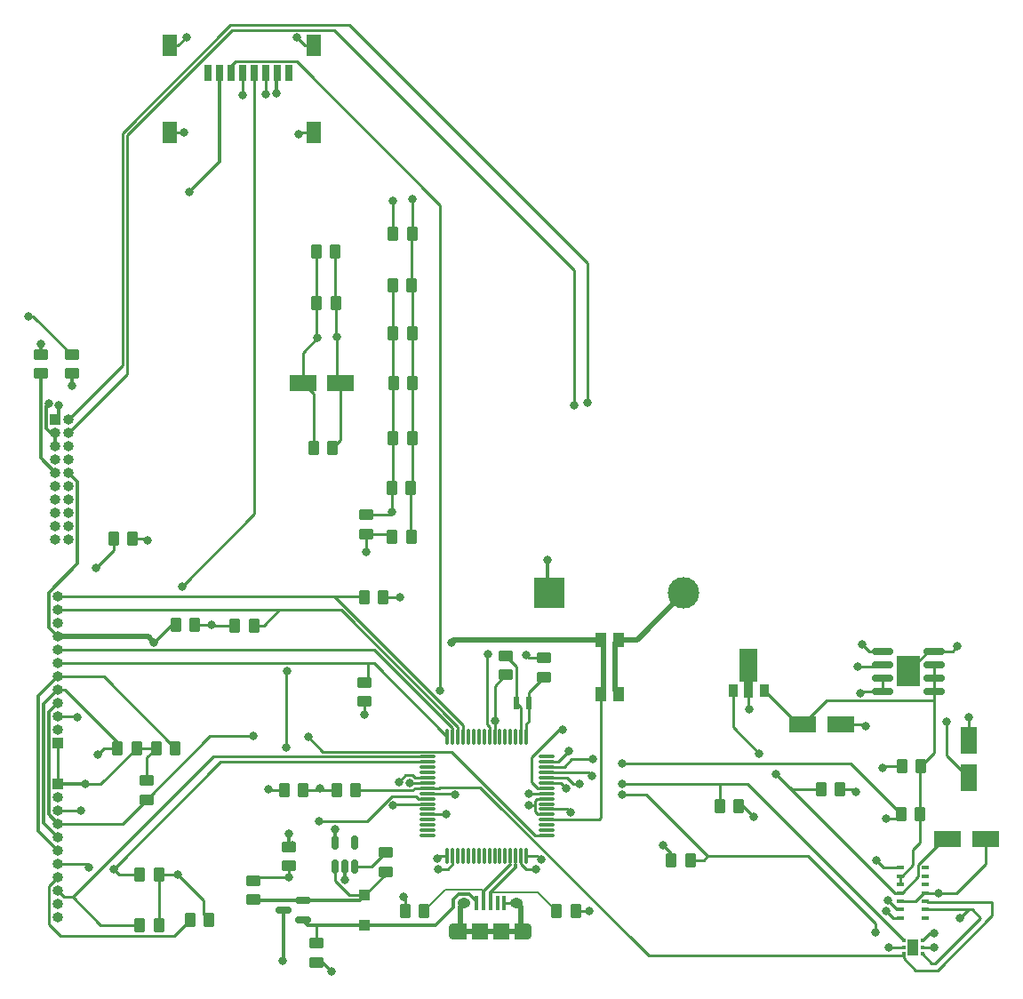
<source format=gbr>
%TF.GenerationSoftware,KiCad,Pcbnew,7.0.7*%
%TF.CreationDate,2023-11-17T10:09:11-08:00*%
%TF.ProjectId,Final_Project_Sutton_Yazzolino,46696e61-6c5f-4507-926f-6a6563745f53,rev?*%
%TF.SameCoordinates,Original*%
%TF.FileFunction,Copper,L1,Top*%
%TF.FilePolarity,Positive*%
%FSLAX46Y46*%
G04 Gerber Fmt 4.6, Leading zero omitted, Abs format (unit mm)*
G04 Created by KiCad (PCBNEW 7.0.7) date 2023-11-17 10:09:11*
%MOMM*%
%LPD*%
G01*
G04 APERTURE LIST*
G04 Aperture macros list*
%AMRoundRect*
0 Rectangle with rounded corners*
0 $1 Rounding radius*
0 $2 $3 $4 $5 $6 $7 $8 $9 X,Y pos of 4 corners*
0 Add a 4 corners polygon primitive as box body*
4,1,4,$2,$3,$4,$5,$6,$7,$8,$9,$2,$3,0*
0 Add four circle primitives for the rounded corners*
1,1,$1+$1,$2,$3*
1,1,$1+$1,$4,$5*
1,1,$1+$1,$6,$7*
1,1,$1+$1,$8,$9*
0 Add four rect primitives between the rounded corners*
20,1,$1+$1,$2,$3,$4,$5,0*
20,1,$1+$1,$4,$5,$6,$7,0*
20,1,$1+$1,$6,$7,$8,$9,0*
20,1,$1+$1,$8,$9,$2,$3,0*%
%AMFreePoly0*
4,1,9,3.862500,-0.866500,0.737500,-0.866500,0.737500,-0.450000,-0.737500,-0.450000,-0.737500,0.450000,0.737500,0.450000,0.737500,0.866500,3.862500,0.866500,3.862500,-0.866500,3.862500,-0.866500,$1*%
G04 Aperture macros list end*
%TA.AperFunction,SMDPad,CuDef*%
%ADD10RoundRect,0.250000X-0.262500X-0.450000X0.262500X-0.450000X0.262500X0.450000X-0.262500X0.450000X0*%
%TD*%
%TA.AperFunction,SMDPad,CuDef*%
%ADD11RoundRect,0.250000X0.262500X0.450000X-0.262500X0.450000X-0.262500X-0.450000X0.262500X-0.450000X0*%
%TD*%
%TA.AperFunction,ComponentPad*%
%ADD12R,1.000000X1.000000*%
%TD*%
%TA.AperFunction,ComponentPad*%
%ADD13O,1.000000X1.000000*%
%TD*%
%TA.AperFunction,SMDPad,CuDef*%
%ADD14RoundRect,0.250000X0.450000X-0.262500X0.450000X0.262500X-0.450000X0.262500X-0.450000X-0.262500X0*%
%TD*%
%TA.AperFunction,SMDPad,CuDef*%
%ADD15RoundRect,0.250000X-1.050000X-0.550000X1.050000X-0.550000X1.050000X0.550000X-1.050000X0.550000X0*%
%TD*%
%TA.AperFunction,SMDPad,CuDef*%
%ADD16RoundRect,0.250000X0.550000X-1.050000X0.550000X1.050000X-0.550000X1.050000X-0.550000X-1.050000X0*%
%TD*%
%TA.AperFunction,SMDPad,CuDef*%
%ADD17R,0.600000X1.200000*%
%TD*%
%TA.AperFunction,SMDPad,CuDef*%
%ADD18RoundRect,0.150000X0.150000X-0.512500X0.150000X0.512500X-0.150000X0.512500X-0.150000X-0.512500X0*%
%TD*%
%TA.AperFunction,SMDPad,CuDef*%
%ADD19R,1.000000X1.450000*%
%TD*%
%TA.AperFunction,SMDPad,CuDef*%
%ADD20RoundRect,0.250000X-0.450000X0.262500X-0.450000X-0.262500X0.450000X-0.262500X0.450000X0.262500X0*%
%TD*%
%TA.AperFunction,SMDPad,CuDef*%
%ADD21RoundRect,0.150000X0.587500X0.150000X-0.587500X0.150000X-0.587500X-0.150000X0.587500X-0.150000X0*%
%TD*%
%TA.AperFunction,SMDPad,CuDef*%
%ADD22R,0.400000X1.350000*%
%TD*%
%TA.AperFunction,SMDPad,CuDef*%
%ADD23R,1.200000X1.550000*%
%TD*%
%TA.AperFunction,ComponentPad*%
%ADD24O,1.250000X0.950000*%
%TD*%
%TA.AperFunction,SMDPad,CuDef*%
%ADD25R,1.500000X1.550000*%
%TD*%
%TA.AperFunction,ComponentPad*%
%ADD26O,0.890000X1.550000*%
%TD*%
%TA.AperFunction,SMDPad,CuDef*%
%ADD27R,0.800000X1.500000*%
%TD*%
%TA.AperFunction,SMDPad,CuDef*%
%ADD28R,1.450000X2.000000*%
%TD*%
%TA.AperFunction,SMDPad,CuDef*%
%ADD29RoundRect,0.250000X-0.300000X0.300000X-0.300000X-0.300000X0.300000X-0.300000X0.300000X0.300000X0*%
%TD*%
%TA.AperFunction,ComponentPad*%
%ADD30R,3.000000X3.000000*%
%TD*%
%TA.AperFunction,ComponentPad*%
%ADD31C,3.000000*%
%TD*%
%TA.AperFunction,SMDPad,CuDef*%
%ADD32RoundRect,0.087500X0.287500X0.087500X-0.287500X0.087500X-0.287500X-0.087500X0.287500X-0.087500X0*%
%TD*%
%TA.AperFunction,SMDPad,CuDef*%
%ADD33RoundRect,0.150000X0.825000X0.150000X-0.825000X0.150000X-0.825000X-0.150000X0.825000X-0.150000X0*%
%TD*%
%TA.AperFunction,SMDPad,CuDef*%
%ADD34R,2.290000X3.000000*%
%TD*%
%TA.AperFunction,SMDPad,CuDef*%
%ADD35R,0.900000X1.300000*%
%TD*%
%TA.AperFunction,SMDPad,CuDef*%
%ADD36FreePoly0,90.000000*%
%TD*%
%TA.AperFunction,SMDPad,CuDef*%
%ADD37RoundRect,0.075000X-0.075000X0.662500X-0.075000X-0.662500X0.075000X-0.662500X0.075000X0.662500X0*%
%TD*%
%TA.AperFunction,SMDPad,CuDef*%
%ADD38RoundRect,0.075000X-0.662500X0.075000X-0.662500X-0.075000X0.662500X-0.075000X0.662500X0.075000X0*%
%TD*%
%TA.AperFunction,SMDPad,CuDef*%
%ADD39RoundRect,0.093750X0.093750X0.106250X-0.093750X0.106250X-0.093750X-0.106250X0.093750X-0.106250X0*%
%TD*%
%TA.AperFunction,SMDPad,CuDef*%
%ADD40R,1.000000X1.600000*%
%TD*%
%TA.AperFunction,ViaPad*%
%ADD41C,0.800000*%
%TD*%
%TA.AperFunction,Conductor*%
%ADD42C,0.250000*%
%TD*%
%TA.AperFunction,Conductor*%
%ADD43C,0.304800*%
%TD*%
%TA.AperFunction,Conductor*%
%ADD44C,0.200000*%
%TD*%
%TA.AperFunction,Conductor*%
%ADD45C,0.508000*%
%TD*%
G04 APERTURE END LIST*
D10*
%TO.P,R10,1*%
%TO.N,+3.3V*%
X131525000Y-126750000D03*
%TO.P,R10,2*%
%TO.N,/I2C-DIO*%
X133350000Y-126750000D03*
%TD*%
D11*
%TO.P,R22,1*%
%TO.N,/USB_D-*%
X139875000Y-138275000D03*
%TO.P,R22,2*%
%TO.N,+3.3V*%
X138050000Y-138275000D03*
%TD*%
D10*
%TO.P,R21,1*%
%TO.N,/USB_D+*%
X152500000Y-138325000D03*
%TO.P,R21,2*%
%TO.N,+3.3V*%
X154325000Y-138325000D03*
%TD*%
D12*
%TO.P,WifiModule1,1,Vin*%
%TO.N,+3.3V*%
X104950000Y-122295000D03*
D13*
%TO.P,WifiModule1,2,3V*%
%TO.N,unconnected-(WifiModule1-3V-Pad2)*%
X104950000Y-121025000D03*
%TO.P,WifiModule1,3,GND*%
%TO.N,GND*%
X104950000Y-119755000D03*
%TO.P,WifiModule1,4,SCK*%
%TO.N,/SPI-CLK*%
X104950000Y-118485000D03*
%TO.P,WifiModule1,5,MISO*%
%TO.N,/SPI_MISO*%
X104950000Y-117215000D03*
%TO.P,WifiModule1,6,MOSI*%
%TO.N,/SPI_MOSI*%
X104950000Y-115945000D03*
%TO.P,WifiModule1,7,CS*%
%TO.N,/Wifi_CS*%
X104950000Y-114675000D03*
%TO.P,WifiModule1,8,BUSY*%
%TO.N,/Wifi_BUSY*%
X104950000Y-113405000D03*
%TO.P,WifiModule1,9,RST*%
%TO.N,/reset*%
X104950000Y-112135000D03*
%TO.P,WifiModule1,10,GP0*%
%TO.N,unconnected-(WifiModule1-GP0-Pad10)*%
X104950000Y-110865000D03*
%TO.P,WifiModule1,11,RXI*%
%TO.N,/Wifi_RXI*%
X104950000Y-109595000D03*
%TO.P,WifiModule1,12,TXO*%
%TO.N,/Wifi_TXO*%
X104950000Y-108325000D03*
%TD*%
D11*
%TO.P,R13,1*%
%TO.N,GND*%
X169875000Y-128300000D03*
%TO.P,R13,2*%
%TO.N,/TempSensor_ADDR*%
X168050000Y-128300000D03*
%TD*%
D14*
%TO.P,R11,1*%
%TO.N,+3.3V*%
X106300000Y-87100000D03*
%TO.P,R11,2*%
%TO.N,/I2C-CLK*%
X106300000Y-85275000D03*
%TD*%
%TO.P,R7,1*%
%TO.N,Net-(J3-GNDDetect)*%
X103350000Y-87100000D03*
%TO.P,R7,2*%
%TO.N,GND*%
X103350000Y-85275000D03*
%TD*%
D10*
%TO.P,R5,1*%
%TO.N,+3.3V*%
X163400000Y-133425000D03*
%TO.P,R5,2*%
%TO.N,/TempSensor_INT*%
X165225000Y-133425000D03*
%TD*%
D12*
%TO.P,LEDmodule1,1,Vin*%
%TO.N,+3.3V*%
X105000000Y-126190000D03*
D13*
%TO.P,LEDmodule1,2,3V*%
%TO.N,unconnected-(LEDmodule1-3V-Pad2)*%
X105000000Y-127460000D03*
%TO.P,LEDmodule1,3,GND*%
%TO.N,GND*%
X105000000Y-128730000D03*
%TO.P,LEDmodule1,4,SCK*%
%TO.N,/SPI-CLK*%
X105000000Y-130000000D03*
%TO.P,LEDmodule1,5,MISO*%
%TO.N,/SPI_MISO*%
X105000000Y-131270000D03*
%TO.P,LEDmodule1,6,MOSI*%
%TO.N,/SPI_MOSI*%
X105000000Y-132540000D03*
%TO.P,LEDmodule1,7,TFTCS*%
%TO.N,/LED_TFTCS*%
X105000000Y-133810000D03*
%TO.P,LEDmodule1,8,RST*%
%TO.N,/LEDreset*%
X105000000Y-135080000D03*
%TO.P,LEDmodule1,9,DC*%
%TO.N,/LED_DC*%
X105000000Y-136350000D03*
%TO.P,LEDmodule1,10,SDCS*%
%TO.N,unconnected-(LEDmodule1-SDCS-Pad10)*%
X105000000Y-137620000D03*
%TO.P,LEDmodule1,11,LIT*%
%TO.N,unconnected-(LEDmodule1-LIT-Pad11)*%
X105000000Y-138890000D03*
%TD*%
D12*
%TO.P,J3,1,VTref*%
%TO.N,+3.3V*%
X104730000Y-91430000D03*
D13*
%TO.P,J3,2,SWDIO/TMS*%
%TO.N,/I2C-SWDIO*%
X106000000Y-91430000D03*
%TO.P,J3,3,GND*%
%TO.N,GND*%
X104730000Y-92700000D03*
%TO.P,J3,4,SWDCLK/TCK*%
%TO.N,/I2C-SWCLK*%
X106000000Y-92700000D03*
%TO.P,J3,5,GND*%
%TO.N,GND*%
X104730000Y-93970000D03*
%TO.P,J3,6,SWO/TDO*%
%TO.N,unconnected-(J3-SWO{slash}TDO-Pad6)*%
X106000000Y-93970000D03*
%TO.P,J3,7,KEY*%
%TO.N,unconnected-(J3-KEY-Pad7)*%
X104730000Y-95240000D03*
%TO.P,J3,8,NC/TDI*%
%TO.N,unconnected-(J3-NC{slash}TDI-Pad8)*%
X106000000Y-95240000D03*
%TO.P,J3,9,GNDDetect*%
%TO.N,Net-(J3-GNDDetect)*%
X104730000Y-96510000D03*
%TO.P,J3,10,~{RESET}*%
%TO.N,/reset*%
X106000000Y-96510000D03*
%TO.P,J3,11*%
%TO.N,N/C*%
X104730000Y-97780000D03*
%TO.P,J3,12*%
X106000000Y-97780000D03*
%TO.P,J3,13*%
X104730000Y-99050000D03*
%TO.P,J3,14*%
X106000000Y-99050000D03*
%TO.P,J3,15*%
X104730000Y-100320000D03*
%TO.P,J3,16*%
X106000000Y-100320000D03*
%TO.P,J3,17*%
X104730000Y-101590000D03*
%TO.P,J3,18*%
X106000000Y-101590000D03*
%TO.P,J3,19*%
X104730000Y-102860000D03*
%TO.P,J3,20*%
X106000000Y-102860000D03*
%TD*%
D15*
%TO.P,C7,1*%
%TO.N,Net-(LDO1.8V1-VO)*%
X189750000Y-131425000D03*
%TO.P,C7,2*%
%TO.N,GND*%
X193350000Y-131425000D03*
%TD*%
%TO.P,C5,1*%
%TO.N,Net-(LDO1.8V1-VI)*%
X175950000Y-120525000D03*
%TO.P,C5,2*%
%TO.N,GND*%
X179550000Y-120525000D03*
%TD*%
D16*
%TO.P,C3,1*%
%TO.N,Net-(LDO3.3V1-SS)*%
X191800000Y-125625000D03*
%TO.P,C3,2*%
%TO.N,GND*%
X191800000Y-122025000D03*
%TD*%
D15*
%TO.P,C1,1*%
%TO.N,+3.3V*%
X128325000Y-87975000D03*
%TO.P,C1,2*%
%TO.N,GND*%
X131925000Y-87975000D03*
%TD*%
D17*
%TO.P,Y1,1,1*%
%TO.N,Net-(U3-PA00)*%
X149875000Y-118500000D03*
%TO.P,Y1,2,2*%
%TO.N,Net-(U3-PA01)*%
X148675000Y-118500000D03*
%TD*%
D18*
%TO.P,U4,1,VIN*%
%TO.N,Net-(D2-K)*%
X131400000Y-134075000D03*
%TO.P,U4,2,GND*%
%TO.N,GND*%
X132350000Y-134075000D03*
%TO.P,U4,3,EN*%
%TO.N,Net-(U4-EN)*%
X133300000Y-134075000D03*
%TO.P,U4,4,NC*%
%TO.N,unconnected-(U4-NC-Pad4)*%
X133300000Y-131800000D03*
%TO.P,U4,5,VOUT*%
%TO.N,+3.3V*%
X131400000Y-131800000D03*
%TD*%
D19*
%TO.P,SW1,1,1*%
%TO.N,GND*%
X158400000Y-117600000D03*
X158400000Y-112450000D03*
%TO.P,SW1,2,2*%
%TO.N,/reset*%
X156700000Y-112450000D03*
X156700000Y-117600000D03*
%TD*%
D10*
%TO.P,R20,1*%
%TO.N,/LEDreset*%
X117575000Y-139150000D03*
%TO.P,R20,2*%
%TO.N,+3.3V*%
X119400000Y-139150000D03*
%TD*%
%TO.P,R19,1*%
%TO.N,/LED_DC*%
X112800000Y-139600000D03*
%TO.P,R19,2*%
%TO.N,+3.3V*%
X114625000Y-139600000D03*
%TD*%
%TO.P,R18,1*%
%TO.N,/LED_TFTCS*%
X112800000Y-134825000D03*
%TO.P,R18,2*%
%TO.N,+3.3V*%
X114625000Y-134825000D03*
%TD*%
D20*
%TO.P,R17,2*%
%TO.N,+3.3V*%
X134200000Y-118337500D03*
%TO.P,R17,1*%
%TO.N,/Wifi_CS*%
X134200000Y-116512500D03*
%TD*%
D10*
%TO.P,R16,1*%
%TO.N,/Wifi_BUSY*%
X110300000Y-102850000D03*
%TO.P,R16,2*%
%TO.N,+3.3V*%
X112125000Y-102850000D03*
%TD*%
D11*
%TO.P,R15,1*%
%TO.N,/SPI_MOSI*%
X116175000Y-122775000D03*
%TO.P,R15,2*%
%TO.N,+3.3V*%
X114350000Y-122775000D03*
%TD*%
D10*
%TO.P,R14,1*%
%TO.N,/SD_CMD*%
X126537500Y-126750000D03*
%TO.P,R14,2*%
%TO.N,+3.3V*%
X128362500Y-126750000D03*
%TD*%
%TO.P,R12,1*%
%TO.N,/SPI_MISO*%
X110650000Y-122775000D03*
%TO.P,R12,2*%
%TO.N,+3.3V*%
X112475000Y-122775000D03*
%TD*%
D14*
%TO.P,R9,1*%
%TO.N,Net-(D2-K)*%
X136225000Y-134550000D03*
%TO.P,R9,2*%
%TO.N,Net-(U4-EN)*%
X136225000Y-132725000D03*
%TD*%
D20*
%TO.P,R8,1*%
%TO.N,VBUS*%
X129600000Y-141350000D03*
%TO.P,R8,2*%
%TO.N,GND*%
X129600000Y-143175000D03*
%TD*%
D10*
%TO.P,R6,1*%
%TO.N,/reset*%
X116225000Y-111000000D03*
%TO.P,R6,2*%
%TO.N,+3.3V*%
X118050000Y-111000000D03*
%TD*%
%TO.P,R4,1*%
%TO.N,/Wifi_TXO*%
X134150000Y-108400000D03*
%TO.P,R4,2*%
%TO.N,+3.3V*%
X135975000Y-108400000D03*
%TD*%
%TO.P,R3,1*%
%TO.N,/PulseOx_INT*%
X185325000Y-129075000D03*
%TO.P,R3,2*%
%TO.N,Net-(LDO1.8V1-VI)*%
X187150000Y-129075000D03*
%TD*%
D11*
%TO.P,R2,2*%
%TO.N,+3.3V*%
X121850000Y-111075000D03*
%TO.P,R2,1*%
%TO.N,/Wifi_RXI*%
X123675000Y-111075000D03*
%TD*%
D20*
%TO.P,R1,2*%
%TO.N,/SPI-CLK*%
X113450000Y-127675000D03*
%TO.P,R1,1*%
%TO.N,+3.3V*%
X113450000Y-125850000D03*
%TD*%
D21*
%TO.P,Q1,1,G*%
%TO.N,VBUS*%
X128337500Y-139150000D03*
%TO.P,Q1,2,S*%
%TO.N,Net-(D2-K)*%
X128337500Y-137250000D03*
%TO.P,Q1,3,D*%
%TO.N,+BATT*%
X126462500Y-138200000D03*
%TD*%
D22*
%TO.P,J2,1,VBUS*%
%TO.N,VBUS*%
X144900000Y-137500000D03*
%TO.P,J2,2,D-*%
%TO.N,/USB_D-*%
X145550000Y-137500000D03*
%TO.P,J2,3,D+*%
%TO.N,/USB_D+*%
X146200000Y-137500000D03*
%TO.P,J2,4,ID*%
%TO.N,unconnected-(J2-ID-Pad4)*%
X146850000Y-137500000D03*
%TO.P,J2,5,GND*%
%TO.N,GND*%
X147500000Y-137500000D03*
D23*
%TO.P,J2,6,Shield*%
X143300000Y-140200000D03*
D24*
X148700000Y-137500000D03*
D25*
X147200000Y-140200000D03*
D26*
X149700000Y-140200000D03*
D23*
X149100000Y-140200000D03*
D24*
X143700000Y-137500000D03*
D25*
X145200000Y-140200000D03*
D26*
X142700000Y-140200000D03*
%TD*%
D27*
%TO.P,J1,1,DAT2*%
%TO.N,unconnected-(J1-DAT2-Pad1)*%
X119300000Y-58450000D03*
%TO.P,J1,2,DAT3/CD*%
%TO.N,/SPI_MOSI*%
X120400000Y-58450000D03*
%TO.P,J1,3,CMD*%
%TO.N,/SD_CMD*%
X121500000Y-58450000D03*
%TO.P,J1,4,VDD*%
%TO.N,+3.3V*%
X122600000Y-58450000D03*
%TO.P,J1,5,CLK*%
%TO.N,/SPI-CLK*%
X123700000Y-58450000D03*
%TO.P,J1,6,VSS*%
%TO.N,GND*%
X124800000Y-58450000D03*
%TO.P,J1,7,DAT0*%
%TO.N,/SPI_MISO*%
X125900000Y-58450000D03*
%TO.P,J1,8,DAT1*%
%TO.N,unconnected-(J1-DAT1-Pad8)*%
X127000000Y-58450000D03*
D28*
%TO.P,J1,9,SHIELD*%
%TO.N,GND*%
X115625000Y-55850000D03*
X115625000Y-64150000D03*
X129375000Y-64150000D03*
X129375000Y-55850000D03*
%TD*%
D14*
%TO.P,FB1,2*%
%TO.N,+3.3V*%
X134375000Y-100562500D03*
%TO.P,FB1,1*%
%TO.N,/VDDA*%
X134375000Y-102387500D03*
%TD*%
D29*
%TO.P,D2,1,K*%
%TO.N,Net-(D2-K)*%
X134200000Y-136800000D03*
%TO.P,D2,2,A*%
%TO.N,VBUS*%
X134200000Y-139600000D03*
%TD*%
D10*
%TO.P,C20,2*%
%TO.N,GND*%
X131475000Y-80350000D03*
%TO.P,C20,1*%
%TO.N,+3.3V*%
X129650000Y-80350000D03*
%TD*%
%TO.P,C19,1*%
%TO.N,+3.3V*%
X129600000Y-75475000D03*
%TO.P,C19,2*%
%TO.N,GND*%
X131425000Y-75475000D03*
%TD*%
D20*
%TO.P,C18,1*%
%TO.N,GND*%
X123625000Y-135387500D03*
%TO.P,C18,2*%
%TO.N,Net-(D2-K)*%
X123625000Y-137212500D03*
%TD*%
D14*
%TO.P,C17,2*%
%TO.N,GND*%
X151300000Y-114175000D03*
%TO.P,C17,1*%
%TO.N,Net-(U3-PA00)*%
X151300000Y-116000000D03*
%TD*%
D20*
%TO.P,C16,2*%
%TO.N,GND*%
X147650000Y-115800000D03*
%TO.P,C16,1*%
%TO.N,Net-(U3-PA01)*%
X147650000Y-113975000D03*
%TD*%
D10*
%TO.P,C15,1*%
%TO.N,+3.3V*%
X136875000Y-78650000D03*
%TO.P,C15,2*%
%TO.N,GND*%
X138700000Y-78650000D03*
%TD*%
%TO.P,C14,1*%
%TO.N,+3.3V*%
X136775000Y-98000000D03*
%TO.P,C14,2*%
%TO.N,GND*%
X138600000Y-98000000D03*
%TD*%
%TO.P,C13,1*%
%TO.N,/VDDA*%
X136850000Y-102675000D03*
%TO.P,C13,2*%
%TO.N,GND*%
X138675000Y-102675000D03*
%TD*%
%TO.P,C12,1*%
%TO.N,/VDDA*%
X136925000Y-73750000D03*
%TO.P,C12,2*%
%TO.N,GND*%
X138750000Y-73750000D03*
%TD*%
D20*
%TO.P,C11,1*%
%TO.N,+3.3V*%
X127000000Y-132175000D03*
%TO.P,C11,2*%
%TO.N,GND*%
X127000000Y-134000000D03*
%TD*%
D10*
%TO.P,C10,1*%
%TO.N,+3.3V*%
X136925000Y-93250000D03*
%TO.P,C10,2*%
%TO.N,GND*%
X138750000Y-93250000D03*
%TD*%
%TO.P,C9,1*%
%TO.N,+3.3V*%
X136950000Y-88025000D03*
%TO.P,C9,2*%
%TO.N,GND*%
X138775000Y-88025000D03*
%TD*%
%TO.P,C8,1*%
%TO.N,+3.3V*%
X136900000Y-83250000D03*
%TO.P,C8,2*%
%TO.N,GND*%
X138725000Y-83250000D03*
%TD*%
D11*
%TO.P,C6,1*%
%TO.N,GND*%
X179525000Y-126700000D03*
%TO.P,C6,2*%
%TO.N,Net-(LDO1.8V1-VO)*%
X177700000Y-126700000D03*
%TD*%
D10*
%TO.P,C4,1*%
%TO.N,GND*%
X185400000Y-124475000D03*
%TO.P,C4,2*%
%TO.N,Net-(LDO1.8V1-VI)*%
X187225000Y-124475000D03*
%TD*%
%TO.P,C2,1*%
%TO.N,+3.3V*%
X129325000Y-94175000D03*
%TO.P,C2,2*%
%TO.N,GND*%
X131150000Y-94175000D03*
%TD*%
D30*
%TO.P,BT1,1,+*%
%TO.N,+BATT*%
X151800000Y-108000000D03*
D31*
%TO.P,BT1,2,-*%
%TO.N,GND*%
X164600000Y-108000000D03*
%TD*%
D32*
%TO.P,U1,1,NC*%
%TO.N,unconnected-(U1-NC-Pad1)*%
X187625000Y-138950000D03*
%TO.P,U1,2,SCL*%
%TO.N,/I2C-CLK*%
X187625000Y-138150000D03*
%TO.P,U1,3,SDA*%
%TO.N,/I2C-DIO*%
X187625000Y-137350000D03*
%TO.P,U1,4,PGND*%
%TO.N,GND*%
X187625000Y-136550000D03*
%TO.P,U1,5,NC*%
%TO.N,unconnected-(U1-NC-Pad5)*%
X187625000Y-135750000D03*
%TO.P,U1,6,NC*%
%TO.N,unconnected-(U1-NC-Pad6)*%
X187625000Y-134950000D03*
%TO.P,U1,7,NC*%
%TO.N,unconnected-(U1-NC-Pad7)*%
X187625000Y-134150000D03*
%TO.P,U1,8,IR_DRV*%
%TO.N,Net-(JP1-A)*%
X185225000Y-134150000D03*
%TO.P,U1,9,IR_LED+*%
%TO.N,Net-(LDO1.8V1-VI)*%
X185225000Y-134950000D03*
%TO.P,U1,10,eR_LED+*%
X185225000Y-135750000D03*
%TO.P,U1,11,VDD*%
%TO.N,Net-(LDO1.8V1-VO)*%
X185225000Y-136550000D03*
%TO.P,U1,12,GND*%
%TO.N,GND*%
X185225000Y-137350000D03*
%TO.P,U1,13,~{INT}*%
%TO.N,/PulseOx_INT*%
X185225000Y-138150000D03*
%TO.P,U1,14,eR_DRV*%
%TO.N,Net-(JP2-A)*%
X185225000Y-138950000D03*
%TD*%
D33*
%TO.P,LDO3.3V1,1,VOUT*%
%TO.N,Net-(LDO1.8V1-VI)*%
X188500000Y-117345000D03*
%TO.P,LDO3.3V1,2,VOUT*%
X188500000Y-116075000D03*
%TO.P,LDO3.3V1,3,SENSE/ADJ*%
X188500000Y-114805000D03*
%TO.P,LDO3.3V1,4,GND*%
%TO.N,GND*%
X188500000Y-113535000D03*
%TO.P,LDO3.3V1,5,EN*%
%TO.N,+3.3V*%
X183550000Y-113535000D03*
%TO.P,LDO3.3V1,6,SS*%
%TO.N,Net-(LDO3.3V1-SS)*%
X183550000Y-114805000D03*
%TO.P,LDO3.3V1,7,VIN*%
%TO.N,+3.3V*%
X183550000Y-116075000D03*
%TO.P,LDO3.3V1,8,VIN*%
X183550000Y-117345000D03*
D34*
%TO.P,LDO3.3V1,9,GND*%
%TO.N,GND*%
X186025000Y-115440000D03*
%TD*%
D35*
%TO.P,LDO1.8V1,1,VO*%
%TO.N,Net-(LDO1.8V1-VO)*%
X169300000Y-117275000D03*
D36*
%TO.P,LDO1.8V1,2,GND*%
%TO.N,GND*%
X170800000Y-117187500D03*
D35*
%TO.P,LDO1.8V1,3,VI*%
%TO.N,Net-(LDO1.8V1-VI)*%
X172300000Y-117275000D03*
%TD*%
D37*
%TO.P,U3,1,PA00*%
%TO.N,Net-(U3-PA00)*%
X149600000Y-121675000D03*
%TO.P,U3,2,PA01*%
%TO.N,Net-(U3-PA01)*%
X149100000Y-121675000D03*
%TO.P,U3,3,PA02*%
%TO.N,unconnected-(U3-PA02-Pad3)*%
X148600000Y-121675000D03*
%TO.P,U3,4,PA03*%
%TO.N,unconnected-(U3-PA03-Pad4)*%
X148100000Y-121675000D03*
%TO.P,U3,5,PB04*%
%TO.N,unconnected-(U3-PB04-Pad5)*%
X147600000Y-121675000D03*
%TO.P,U3,6,PB05*%
%TO.N,unconnected-(U3-PB05-Pad6)*%
X147100000Y-121675000D03*
%TO.P,U3,7,GNDANA*%
%TO.N,GND*%
X146600000Y-121675000D03*
%TO.P,U3,8,VDDANA*%
%TO.N,/VDDA*%
X146100000Y-121675000D03*
%TO.P,U3,9,PB06*%
%TO.N,unconnected-(U3-PB06-Pad9)*%
X145600000Y-121675000D03*
%TO.P,U3,10,PB07*%
%TO.N,unconnected-(U3-PB07-Pad10)*%
X145100000Y-121675000D03*
%TO.P,U3,11,PB08*%
%TO.N,unconnected-(U3-PB08-Pad11)*%
X144600000Y-121675000D03*
%TO.P,U3,12,PB09*%
%TO.N,unconnected-(U3-PB09-Pad12)*%
X144100000Y-121675000D03*
%TO.P,U3,13,PA04*%
%TO.N,/Wifi_TXO*%
X143600000Y-121675000D03*
%TO.P,U3,14,PA05*%
%TO.N,/Wifi_RXI*%
X143100000Y-121675000D03*
%TO.P,U3,15,PA06*%
%TO.N,/Wifi_BUSY*%
X142600000Y-121675000D03*
%TO.P,U3,16,PA07*%
%TO.N,/Wifi_CS*%
X142100000Y-121675000D03*
D38*
%TO.P,U3,17,PA08*%
%TO.N,/LED_DC*%
X140187500Y-123587500D03*
%TO.P,U3,18,PA09*%
%TO.N,/LED_TFTCS*%
X140187500Y-124087500D03*
%TO.P,U3,19,PA10*%
%TO.N,unconnected-(U3-PA10-Pad19)*%
X140187500Y-124587500D03*
%TO.P,U3,20,PA11*%
%TO.N,unconnected-(U3-PA11-Pad20)*%
X140187500Y-125087500D03*
%TO.P,U3,21,VDDIOB*%
%TO.N,+3.3V*%
X140187500Y-125587500D03*
%TO.P,U3,22,GND*%
%TO.N,GND*%
X140187500Y-126087500D03*
%TO.P,U3,23,PB10*%
%TO.N,/I2C-DIO*%
X140187500Y-126587500D03*
%TO.P,U3,24,PB11*%
%TO.N,/I2C-CLK*%
X140187500Y-127087500D03*
%TO.P,U3,25,PB12*%
%TO.N,/SPI_MISO*%
X140187500Y-127587500D03*
%TO.P,U3,26,PB13*%
%TO.N,/SPI_MOSI*%
X140187500Y-128087500D03*
%TO.P,U3,27,PB14*%
%TO.N,unconnected-(U3-PB14-Pad27)*%
X140187500Y-128587500D03*
%TO.P,U3,28,PB15*%
%TO.N,/SD_CMD*%
X140187500Y-129087500D03*
%TO.P,U3,29,PA12*%
%TO.N,unconnected-(U3-PA12-Pad29)*%
X140187500Y-129587500D03*
%TO.P,U3,30,PA13*%
%TO.N,unconnected-(U3-PA13-Pad30)*%
X140187500Y-130087500D03*
%TO.P,U3,31,PA14*%
%TO.N,unconnected-(U3-PA14-Pad31)*%
X140187500Y-130587500D03*
%TO.P,U3,32,PA15*%
%TO.N,unconnected-(U3-PA15-Pad32)*%
X140187500Y-131087500D03*
D37*
%TO.P,U3,33,GND*%
%TO.N,GND*%
X142100000Y-133000000D03*
%TO.P,U3,34,VDDIO*%
%TO.N,+3.3V*%
X142600000Y-133000000D03*
%TO.P,U3,35,PA16*%
%TO.N,unconnected-(U3-PA16-Pad35)*%
X143100000Y-133000000D03*
%TO.P,U3,36,PA17*%
%TO.N,unconnected-(U3-PA17-Pad36)*%
X143600000Y-133000000D03*
%TO.P,U3,37,PA18*%
%TO.N,unconnected-(U3-PA18-Pad37)*%
X144100000Y-133000000D03*
%TO.P,U3,38,PA19*%
%TO.N,unconnected-(U3-PA19-Pad38)*%
X144600000Y-133000000D03*
%TO.P,U3,39,PB16*%
%TO.N,unconnected-(U3-PB16-Pad39)*%
X145100000Y-133000000D03*
%TO.P,U3,40,PB17*%
%TO.N,unconnected-(U3-PB17-Pad40)*%
X145600000Y-133000000D03*
%TO.P,U3,41,PA20*%
%TO.N,unconnected-(U3-PA20-Pad41)*%
X146100000Y-133000000D03*
%TO.P,U3,42,PA21*%
%TO.N,unconnected-(U3-PA21-Pad42)*%
X146600000Y-133000000D03*
%TO.P,U3,43,PA22*%
%TO.N,unconnected-(U3-PA22-Pad43)*%
X147100000Y-133000000D03*
%TO.P,U3,44,PA23*%
%TO.N,unconnected-(U3-PA23-Pad44)*%
X147600000Y-133000000D03*
%TO.P,U3,45,PA24*%
%TO.N,/USB_D-*%
X148100000Y-133000000D03*
%TO.P,U3,46,PA25*%
%TO.N,/USB_D+*%
X148600000Y-133000000D03*
%TO.P,U3,47,GND*%
%TO.N,GND*%
X149100000Y-133000000D03*
%TO.P,U3,48,VDDIO*%
%TO.N,+3.3V*%
X149600000Y-133000000D03*
D38*
%TO.P,U3,49,PB22*%
%TO.N,/SPI-CLK*%
X151512500Y-131087500D03*
%TO.P,U3,50,PB23*%
%TO.N,unconnected-(U3-PB23-Pad50)*%
X151512500Y-130587500D03*
%TO.P,U3,51,PA27*%
%TO.N,unconnected-(U3-PA27-Pad51)*%
X151512500Y-130087500D03*
%TO.P,U3,52,~{RESET}*%
%TO.N,/reset*%
X151512500Y-129587500D03*
%TO.P,U3,53,VDDCORE*%
%TO.N,+3.3V*%
X151512500Y-129087500D03*
%TO.P,U3,54,GND*%
%TO.N,GND*%
X151512500Y-128587500D03*
%TO.P,U3,55,VSW*%
%TO.N,unconnected-(U3-VSW-Pad55)*%
X151512500Y-128087500D03*
%TO.P,U3,56,VDDIO*%
%TO.N,+3.3V*%
X151512500Y-127587500D03*
%TO.P,U3,57,PA30*%
%TO.N,/I2C-SWCLK*%
X151512500Y-127087500D03*
%TO.P,U3,58,PA31*%
%TO.N,/I2C-SWDIO*%
X151512500Y-126587500D03*
%TO.P,U3,59,PB30*%
%TO.N,/TempSensor_INT*%
X151512500Y-126087500D03*
%TO.P,U3,60,PB31*%
%TO.N,/TempSensor_ADDR*%
X151512500Y-125587500D03*
%TO.P,U3,61,PB00*%
%TO.N,/PulseOx_RD*%
X151512500Y-125087500D03*
%TO.P,U3,62,PB01*%
%TO.N,/PulseOx_IRD*%
X151512500Y-124587500D03*
%TO.P,U3,63,PB02*%
%TO.N,/PulseOx_INT*%
X151512500Y-124087500D03*
%TO.P,U3,64,PB03*%
%TO.N,unconnected-(U3-PB03-Pad64)*%
X151512500Y-123587500D03*
%TD*%
D39*
%TO.P,U2,1,SCL*%
%TO.N,/I2C-CLK*%
X187325000Y-142375000D03*
%TO.P,U2,2,GND*%
%TO.N,GND*%
X187325000Y-141725000D03*
%TO.P,U2,3,ALERT*%
%TO.N,/TempSensor_INT*%
X187325000Y-141075000D03*
%TO.P,U2,4,ADD0*%
%TO.N,/TempSensor_ADDR*%
X185550000Y-141075000D03*
%TO.P,U2,5,V+*%
%TO.N,+3.3V*%
X185550000Y-141725000D03*
%TO.P,U2,6,SDA*%
%TO.N,/I2C-DIO*%
X185550000Y-142375000D03*
D40*
%TO.P,U2,7*%
%TO.N,N/C*%
X186437500Y-141725000D03*
%TD*%
D41*
%TO.N,/SPI-CLK*%
X128825000Y-121725000D03*
X123625000Y-121625000D03*
%TO.N,+3.3V*%
X116400000Y-134850000D03*
%TO.N,GND*%
X181000000Y-126950000D03*
%TO.N,/I2C-CLK*%
X190900000Y-139000000D03*
%TO.N,GND*%
X171275000Y-129350000D03*
%TO.N,+3.3V*%
X162675000Y-132025000D03*
X113500000Y-103000000D03*
%TO.N,/Wifi_BUSY*%
X108650000Y-105600000D03*
%TO.N,/SD_CMD*%
X126850000Y-115450000D03*
X126725000Y-122675000D03*
X125075000Y-126650000D03*
%TO.N,/I2C-CLK*%
X106300000Y-85275000D03*
X102200000Y-81625000D03*
X142850000Y-127200000D03*
%TO.N,/SPI_MISO*%
X108825000Y-123350000D03*
X129900000Y-129725000D03*
%TO.N,+3.3V*%
X129975000Y-126600000D03*
%TO.N,GND*%
X131075000Y-144000000D03*
%TO.N,+3.3V*%
X137550000Y-108400000D03*
X119625000Y-111000000D03*
%TO.N,/PulseOx_RD*%
X155850000Y-125375000D03*
%TO.N,GND*%
X153800000Y-128863000D03*
%TO.N,+3.3V*%
X149875000Y-128250000D03*
%TO.N,/PulseOx_IRD*%
X155925000Y-123799500D03*
%TO.N,Net-(JP2-A)*%
X183912500Y-138289999D03*
%TO.N,Net-(JP1-A)*%
X182950000Y-133500000D03*
%TO.N,GND*%
X149575000Y-113900000D03*
%TO.N,Net-(LDO3.3V1-SS)*%
X181175000Y-115000000D03*
X189650000Y-120225000D03*
%TO.N,GND*%
X191750000Y-119850000D03*
%TO.N,Net-(LDO1.8V1-VO)*%
X173425000Y-125250000D03*
X171825000Y-123325000D03*
%TO.N,GND*%
X181925000Y-120650000D03*
X170825000Y-119025000D03*
%TO.N,+3.3V*%
X181475000Y-117525000D03*
X181625000Y-112850000D03*
%TO.N,GND*%
X190700000Y-113050000D03*
%TO.N,/PulseOx_INT*%
X184050000Y-137300000D03*
X183900000Y-129450000D03*
%TO.N,GND*%
X188875000Y-136625000D03*
%TO.N,/PulseOx_INT*%
X158725000Y-124250000D03*
X153650000Y-123075000D03*
%TO.N,GND*%
X183575000Y-124625000D03*
%TO.N,/TempSensor_INT*%
X188475000Y-140375000D03*
X182900000Y-140350000D03*
X158725000Y-127175000D03*
X153450000Y-126600000D03*
%TO.N,/TempSensor_ADDR*%
X154650000Y-126175000D03*
X158750000Y-126175000D03*
%TO.N,+3.3V*%
X184125000Y-141775000D03*
%TO.N,GND*%
X188450000Y-141750000D03*
%TO.N,/VDDA*%
X145925000Y-113800000D03*
%TO.N,+3.3V*%
X137480803Y-125972153D03*
%TO.N,GND*%
X138475000Y-126075000D03*
%TO.N,+3.3V*%
X141210377Y-134293389D03*
X137900000Y-136925000D03*
X155575000Y-138325000D03*
%TO.N,GND*%
X150525000Y-134300000D03*
%TO.N,+3.3V*%
X151000000Y-133350000D03*
%TO.N,GND*%
X131525000Y-83550000D03*
%TO.N,+3.3V*%
X129725000Y-83675000D03*
%TO.N,/VDDA*%
X134375000Y-104050000D03*
X136875000Y-70625000D03*
%TO.N,+3.3V*%
X136825000Y-100300000D03*
%TO.N,GND*%
X138750000Y-70475000D03*
X146600000Y-120200000D03*
%TO.N,/SPI_MOSI*%
X136925000Y-128250000D03*
%TO.N,/LED_TFTCS*%
X107975000Y-134100000D03*
X110300000Y-134275000D03*
%TO.N,/I2C-SWDIO*%
X153074799Y-121024799D03*
X155425000Y-89850000D03*
%TO.N,/I2C-SWCLK*%
X149875000Y-127150000D03*
X154200000Y-90150000D03*
%TO.N,+3.3V*%
X134200000Y-119600000D03*
%TO.N,/reset*%
X142450000Y-112675000D03*
X114125000Y-112680500D03*
%TO.N,/SD_CMD*%
X142000000Y-129075000D03*
X141375000Y-117325000D03*
%TO.N,GND*%
X117025000Y-64100000D03*
X127950000Y-64275000D03*
%TO.N,/SPI-CLK*%
X116800000Y-107350000D03*
%TO.N,/SPI_MISO*%
X125796558Y-60373342D03*
%TO.N,/SPI_MOSI*%
X117550000Y-69750000D03*
%TO.N,GND*%
X117250000Y-55050000D03*
X127725000Y-55075000D03*
X124800000Y-60450000D03*
%TO.N,+3.3V*%
X122575000Y-60550000D03*
X131425000Y-130500000D03*
X127000000Y-130950000D03*
X105079099Y-90134970D03*
X106300000Y-88225000D03*
%TO.N,GND*%
X103350000Y-84275000D03*
X104101900Y-89925000D03*
X106825000Y-119800000D03*
X107175000Y-128700000D03*
X127000000Y-135075000D03*
X132350000Y-135350000D03*
X141100000Y-133300000D03*
%TO.N,+3.3V*%
X107625000Y-126200000D03*
%TO.N,+BATT*%
X151600000Y-104800000D03*
X126400000Y-143000000D03*
%TD*%
D42*
%TO.N,/SPI-CLK*%
X130212500Y-123112500D02*
X128825000Y-121725000D01*
X150473896Y-131087500D02*
X142498896Y-123112500D01*
X142498896Y-123112500D02*
X130212500Y-123112500D01*
X151512500Y-131087500D02*
X150473896Y-131087500D01*
X119500000Y-121625000D02*
X123625000Y-121625000D01*
X113450000Y-127675000D02*
X119500000Y-121625000D01*
%TO.N,+3.3V*%
X118850000Y-137300000D02*
X116400000Y-134850000D01*
X118850000Y-138600000D02*
X118850000Y-137300000D01*
X119400000Y-139150000D02*
X118850000Y-138600000D01*
%TO.N,/LEDreset*%
X104175000Y-135905000D02*
X105000000Y-135080000D01*
X104175000Y-139575000D02*
X104175000Y-135905000D01*
X105225000Y-140625000D02*
X104175000Y-139575000D01*
X117575000Y-139150000D02*
X116100000Y-140625000D01*
X116100000Y-140625000D02*
X105225000Y-140625000D01*
%TO.N,/LED_DC*%
X109053274Y-139600000D02*
X106414137Y-136960863D01*
X112800000Y-139600000D02*
X109053274Y-139600000D01*
%TO.N,+3.3V*%
X114625000Y-139600000D02*
X114625000Y-134825000D01*
X116375000Y-134825000D02*
X116400000Y-134850000D01*
X114625000Y-134825000D02*
X116375000Y-134825000D01*
%TO.N,/LED_TFTCS*%
X110850000Y-134825000D02*
X110300000Y-134275000D01*
X112800000Y-134825000D02*
X110850000Y-134825000D01*
%TO.N,/Wifi_RXI*%
X124620000Y-111075000D02*
X126100000Y-109595000D01*
X123675000Y-111075000D02*
X124620000Y-111075000D01*
X131959581Y-109595000D02*
X126100000Y-109595000D01*
X126100000Y-109595000D02*
X104950000Y-109595000D01*
%TO.N,+3.3V*%
X121850000Y-111075000D02*
X119700000Y-111075000D01*
X119700000Y-111075000D02*
X119625000Y-111000000D01*
%TO.N,GND*%
X180750000Y-126700000D02*
X181000000Y-126950000D01*
X179525000Y-126700000D02*
X180750000Y-126700000D01*
%TO.N,Net-(LDO1.8V1-VO)*%
X174875000Y-126700000D02*
X173425000Y-125250000D01*
X177700000Y-126700000D02*
X174875000Y-126700000D01*
%TO.N,+3.3V*%
X129325000Y-88975000D02*
X128325000Y-87975000D01*
X129325000Y-94175000D02*
X129325000Y-88975000D01*
%TO.N,GND*%
X131925000Y-93400000D02*
X131150000Y-94175000D01*
X131925000Y-87975000D02*
X131925000Y-93400000D01*
%TO.N,/I2C-DIO*%
X141387500Y-126475000D02*
X141275000Y-126587500D01*
X161250000Y-142500000D02*
X145225000Y-126475000D01*
X185425000Y-142500000D02*
X161250000Y-142500000D01*
X141275000Y-126587500D02*
X140187500Y-126587500D01*
X185550000Y-142375000D02*
X185425000Y-142500000D01*
X145225000Y-126475000D02*
X141387500Y-126475000D01*
%TO.N,/I2C-CLK*%
X191750000Y-138150000D02*
X190900000Y-139000000D01*
X192100000Y-138150000D02*
X191750000Y-138150000D01*
%TO.N,/TempSensor_ADDR*%
X168050000Y-126275000D02*
X167950000Y-126175000D01*
X167950000Y-126175000D02*
X158750000Y-126175000D01*
X170650000Y-126175000D02*
X167950000Y-126175000D01*
X168050000Y-128300000D02*
X168050000Y-126275000D01*
%TO.N,GND*%
X170225000Y-128300000D02*
X171275000Y-129350000D01*
X169875000Y-128300000D02*
X170225000Y-128300000D01*
%TO.N,+3.3V*%
X163400000Y-132750000D02*
X162675000Y-132025000D01*
X163400000Y-133425000D02*
X163400000Y-132750000D01*
%TO.N,/TempSensor_INT*%
X166500000Y-133425000D02*
X166900000Y-133025000D01*
X165225000Y-133425000D02*
X166500000Y-133425000D01*
X182900000Y-139450000D02*
X182900000Y-140350000D01*
X166900000Y-133025000D02*
X176475000Y-133025000D01*
X161050000Y-127175000D02*
X166900000Y-133025000D01*
X158725000Y-127175000D02*
X161050000Y-127175000D01*
X176475000Y-133025000D02*
X182900000Y-139450000D01*
%TO.N,/TempSensor_ADDR*%
X185550000Y-141075000D02*
X170650000Y-126175000D01*
%TO.N,+3.3V*%
X113350000Y-102850000D02*
X113500000Y-103000000D01*
X112125000Y-102850000D02*
X113350000Y-102850000D01*
%TO.N,/Wifi_BUSY*%
X110300000Y-103950000D02*
X108650000Y-105600000D01*
X110300000Y-102850000D02*
X110300000Y-103950000D01*
%TO.N,/SD_CMD*%
X126725000Y-115575000D02*
X126850000Y-115450000D01*
X126725000Y-122675000D02*
X126725000Y-115575000D01*
X126537500Y-126750000D02*
X125175000Y-126750000D01*
X125175000Y-126750000D02*
X125075000Y-126650000D01*
%TO.N,+3.3V*%
X129825000Y-126750000D02*
X129975000Y-126600000D01*
X128362500Y-126750000D02*
X129825000Y-126750000D01*
%TO.N,/I2C-CLK*%
X102650000Y-81625000D02*
X106300000Y-85275000D01*
X102200000Y-81625000D02*
X102650000Y-81625000D01*
X142737500Y-127087500D02*
X142850000Y-127200000D01*
X140187500Y-127087500D02*
X142737500Y-127087500D01*
%TO.N,/SPI_MISO*%
X139337500Y-127587500D02*
X140187500Y-127587500D01*
X139125000Y-127375000D02*
X139337500Y-127587500D01*
X136774695Y-127375000D02*
X139125000Y-127375000D01*
X129900000Y-129725000D02*
X134424695Y-129725000D01*
X109400000Y-122775000D02*
X108825000Y-123350000D01*
X134424695Y-129725000D02*
X136774695Y-127375000D01*
X110650000Y-122775000D02*
X109400000Y-122775000D01*
%TO.N,+3.3V*%
X109050000Y-126200000D02*
X107625000Y-126200000D01*
X112475000Y-122775000D02*
X109050000Y-126200000D01*
%TO.N,/SPI-CLK*%
X111125000Y-130000000D02*
X105000000Y-130000000D01*
X113450000Y-127675000D02*
X111125000Y-130000000D01*
%TO.N,/SPI_MOSI*%
X109345000Y-115945000D02*
X104950000Y-115945000D01*
X116175000Y-122775000D02*
X109345000Y-115945000D01*
%TO.N,/SPI_MISO*%
X110650000Y-122207894D02*
X105657106Y-117215000D01*
X105657106Y-117215000D02*
X104950000Y-117215000D01*
X110650000Y-122775000D02*
X110650000Y-122207894D01*
%TO.N,+3.3V*%
X113450000Y-123675000D02*
X114350000Y-122775000D01*
X113450000Y-125850000D02*
X113450000Y-123675000D01*
X112475000Y-122775000D02*
X114350000Y-122775000D01*
X130125000Y-126750000D02*
X129975000Y-126600000D01*
X131525000Y-126750000D02*
X130125000Y-126750000D01*
%TO.N,/I2C-DIO*%
X138775305Y-126800000D02*
X133400000Y-126800000D01*
X133400000Y-126800000D02*
X133350000Y-126750000D01*
X138987805Y-126587500D02*
X138775305Y-126800000D01*
X140187500Y-126587500D02*
X138987805Y-126587500D01*
%TO.N,Net-(D2-K)*%
X132774695Y-136800000D02*
X134200000Y-136800000D01*
X131400000Y-134075000D02*
X131400000Y-135425305D01*
X131400000Y-135425305D02*
X132774695Y-136800000D01*
D43*
X123662500Y-137250000D02*
X123625000Y-137212500D01*
X128337500Y-137250000D02*
X123662500Y-137250000D01*
D42*
%TO.N,GND*%
X127000000Y-135075000D02*
X123937500Y-135075000D01*
X123937500Y-135075000D02*
X123625000Y-135387500D01*
%TO.N,Net-(D2-K)*%
X136225000Y-134775000D02*
X134200000Y-136800000D01*
X136225000Y-134550000D02*
X136225000Y-134775000D01*
%TO.N,Net-(U4-EN)*%
X134875000Y-134075000D02*
X136225000Y-132725000D01*
X133300000Y-134075000D02*
X134875000Y-134075000D01*
%TO.N,GND*%
X130250000Y-143175000D02*
X131075000Y-144000000D01*
X129600000Y-143175000D02*
X130250000Y-143175000D01*
%TO.N,VBUS*%
X129600000Y-139625000D02*
X129575000Y-139600000D01*
D43*
X129575000Y-139600000D02*
X134200000Y-139600000D01*
X128787500Y-139600000D02*
X129575000Y-139600000D01*
D42*
X129600000Y-141350000D02*
X129600000Y-139625000D01*
%TO.N,+3.3V*%
X135975000Y-108400000D02*
X137550000Y-108400000D01*
%TO.N,/Wifi_TXO*%
X134075000Y-108325000D02*
X134150000Y-108400000D01*
X131325977Y-108325000D02*
X134075000Y-108325000D01*
%TO.N,+3.3V*%
X118050000Y-111000000D02*
X119625000Y-111000000D01*
%TO.N,/reset*%
X115805500Y-111000000D02*
X114125000Y-112680500D01*
X116225000Y-111000000D02*
X115805500Y-111000000D01*
%TO.N,+3.3V*%
X128325000Y-85075000D02*
X129725000Y-83675000D01*
X128325000Y-87975000D02*
X128325000Y-85075000D01*
%TO.N,GND*%
X131525000Y-87575000D02*
X131525000Y-83550000D01*
X131925000Y-87975000D02*
X131525000Y-87575000D01*
%TO.N,/PulseOx_RD*%
X155562500Y-125087500D02*
X155850000Y-125375000D01*
X151512500Y-125087500D02*
X155562500Y-125087500D01*
%TO.N,/PulseOx_IRD*%
X152725000Y-124537500D02*
X152675000Y-124587500D01*
X153200000Y-124550000D02*
X153187500Y-124537500D01*
X153950500Y-123799500D02*
X153200000Y-124550000D01*
X155925000Y-123799500D02*
X153950500Y-123799500D01*
X153187500Y-124537500D02*
X152725000Y-124537500D01*
X152675000Y-124587500D02*
X151512500Y-124587500D01*
%TO.N,/PulseOx_INT*%
X153650000Y-123075000D02*
X152637500Y-124087500D01*
X152637500Y-124087500D02*
X151512500Y-124087500D01*
%TO.N,/TempSensor_ADDR*%
X153462805Y-125587500D02*
X154050305Y-126175000D01*
X151512500Y-125587500D02*
X153462805Y-125587500D01*
X154050305Y-126175000D02*
X154650000Y-126175000D01*
%TO.N,GND*%
X153524500Y-128587500D02*
X153800000Y-128863000D01*
X151512500Y-128587500D02*
X153524500Y-128587500D01*
%TO.N,+3.3V*%
X150450000Y-128250000D02*
X149875000Y-128250000D01*
X150450000Y-127762500D02*
X150450000Y-128250000D01*
X150450000Y-128250000D02*
X150450000Y-128828185D01*
X150709315Y-129087500D02*
X151512500Y-129087500D01*
X150450000Y-128828185D02*
X150709315Y-129087500D01*
X150625000Y-127587500D02*
X150450000Y-127762500D01*
X151512500Y-127587500D02*
X150625000Y-127587500D01*
%TO.N,/reset*%
X156537500Y-129587500D02*
X151512500Y-129587500D01*
X156700000Y-129425000D02*
X156537500Y-129587500D01*
X156700000Y-117600000D02*
X156700000Y-129425000D01*
%TO.N,Net-(JP2-A)*%
X184572501Y-138950000D02*
X183912500Y-138289999D01*
X185225000Y-138950000D02*
X184572501Y-138950000D01*
%TO.N,Net-(JP1-A)*%
X183600000Y-134150000D02*
X182950000Y-133500000D01*
X185225000Y-134150000D02*
X183600000Y-134150000D01*
%TO.N,Net-(LDO1.8V1-VO)*%
X185383363Y-136550000D02*
X185225000Y-136550000D01*
X186925000Y-135008363D02*
X185383363Y-136550000D01*
X186925000Y-133891637D02*
X186925000Y-135008363D01*
X189391637Y-131425000D02*
X186925000Y-133891637D01*
X189750000Y-131425000D02*
X189391637Y-131425000D01*
%TO.N,Net-(LDO1.8V1-VI)*%
X185383363Y-134950000D02*
X185225000Y-134950000D01*
X186425000Y-132475000D02*
X186425000Y-133908363D01*
X187150000Y-131750000D02*
X186425000Y-132475000D01*
X187150000Y-129075000D02*
X187150000Y-131750000D01*
X186425000Y-133908363D02*
X185383363Y-134950000D01*
%TO.N,GND*%
X190550000Y-136625000D02*
X188875000Y-136625000D01*
X193350000Y-133825000D02*
X190550000Y-136625000D01*
X193350000Y-131425000D02*
X193350000Y-133825000D01*
X146600000Y-116850000D02*
X146600000Y-120200000D01*
X147650000Y-115800000D02*
X146600000Y-116850000D01*
X149850000Y-114175000D02*
X149575000Y-113900000D01*
X151300000Y-114175000D02*
X149850000Y-114175000D01*
%TO.N,Net-(U3-PA00)*%
X149875000Y-118500000D02*
X149875000Y-120200000D01*
X149875000Y-120200000D02*
X149600000Y-120475000D01*
X149600000Y-120475000D02*
X149600000Y-121675000D01*
X149875000Y-117425000D02*
X151300000Y-116000000D01*
X149875000Y-118500000D02*
X149875000Y-117425000D01*
%TO.N,Net-(U3-PA01)*%
X149100000Y-118925000D02*
X149100000Y-121675000D01*
X148675000Y-118500000D02*
X149100000Y-118925000D01*
X148675000Y-115000000D02*
X148675000Y-118500000D01*
X147650000Y-113975000D02*
X148675000Y-115000000D01*
%TO.N,Net-(LDO3.3V1-SS)*%
X183355000Y-115000000D02*
X183550000Y-114805000D01*
X181175000Y-115000000D02*
X183355000Y-115000000D01*
X189650000Y-123475000D02*
X189650000Y-120225000D01*
X191800000Y-125625000D02*
X189650000Y-123475000D01*
%TO.N,GND*%
X191800000Y-119900000D02*
X191750000Y-119850000D01*
X191800000Y-122025000D02*
X191800000Y-119900000D01*
%TO.N,Net-(LDO1.8V1-VO)*%
X184725000Y-136550000D02*
X185225000Y-136550000D01*
X169300000Y-120800000D02*
X171825000Y-123325000D01*
X169300000Y-117275000D02*
X169300000Y-120800000D01*
X173425000Y-125250000D02*
X184725000Y-136550000D01*
%TO.N,Net-(LDO1.8V1-VI)*%
X188400000Y-118250000D02*
X188500000Y-118150000D01*
X188500000Y-118150000D02*
X188500000Y-123200000D01*
X178225000Y-118250000D02*
X188400000Y-118250000D01*
X188500000Y-116075000D02*
X188500000Y-118150000D01*
X175950000Y-120525000D02*
X178225000Y-118250000D01*
X175550000Y-120525000D02*
X172300000Y-117275000D01*
X175950000Y-120525000D02*
X175550000Y-120525000D01*
%TO.N,GND*%
X181800000Y-120525000D02*
X181925000Y-120650000D01*
X179550000Y-120525000D02*
X181800000Y-120525000D01*
%TO.N,Net-(LDO1.8V1-VI)*%
X188500000Y-123200000D02*
X187225000Y-124475000D01*
X188500000Y-116075000D02*
X188500000Y-117345000D01*
X188500000Y-116075000D02*
X188500000Y-114805000D01*
%TO.N,GND*%
X170800000Y-119000000D02*
X170825000Y-119025000D01*
X170800000Y-117187500D02*
X170800000Y-119000000D01*
%TO.N,+3.3V*%
X181655000Y-117345000D02*
X181475000Y-117525000D01*
X183550000Y-117345000D02*
X181655000Y-117345000D01*
X182310000Y-113535000D02*
X181625000Y-112850000D01*
X183550000Y-113535000D02*
X182310000Y-113535000D01*
%TO.N,GND*%
X190215000Y-113535000D02*
X190700000Y-113050000D01*
X188500000Y-113535000D02*
X190215000Y-113535000D01*
%TO.N,+3.3V*%
X183550000Y-116075000D02*
X183550000Y-117345000D01*
%TO.N,GND*%
X187930000Y-113535000D02*
X186025000Y-115440000D01*
X188500000Y-113535000D02*
X187930000Y-113535000D01*
%TO.N,/PulseOx_INT*%
X184950000Y-129450000D02*
X185325000Y-129075000D01*
X183900000Y-129450000D02*
X184950000Y-129450000D01*
X184900000Y-138150000D02*
X184050000Y-137300000D01*
X185225000Y-138150000D02*
X184900000Y-138150000D01*
%TO.N,GND*%
X188800000Y-136550000D02*
X188875000Y-136625000D01*
X187625000Y-136550000D02*
X188800000Y-136550000D01*
%TO.N,/PulseOx_INT*%
X180500000Y-124250000D02*
X158725000Y-124250000D01*
X185325000Y-129075000D02*
X180500000Y-124250000D01*
%TO.N,GND*%
X183725000Y-124475000D02*
X183575000Y-124625000D01*
X185400000Y-124475000D02*
X183725000Y-124475000D01*
%TO.N,Net-(LDO1.8V1-VI)*%
X187150000Y-124550000D02*
X187225000Y-124475000D01*
X187150000Y-129075000D02*
X187150000Y-124550000D01*
X185250000Y-134975000D02*
X185225000Y-134950000D01*
X185250000Y-135750000D02*
X185250000Y-134975000D01*
X185225000Y-135750000D02*
X185250000Y-135750000D01*
%TO.N,/TempSensor_INT*%
X188025000Y-140375000D02*
X187325000Y-141075000D01*
X188475000Y-140375000D02*
X188025000Y-140375000D01*
X152937500Y-126087500D02*
X153450000Y-126600000D01*
X151512500Y-126087500D02*
X152937500Y-126087500D01*
%TO.N,/I2C-CLK*%
X192100000Y-138150000D02*
X187625000Y-138150000D01*
X192900000Y-138950000D02*
X192100000Y-138150000D01*
X188550000Y-143300000D02*
X192900000Y-138950000D01*
X188250000Y-143300000D02*
X188550000Y-143300000D01*
X187325000Y-142375000D02*
X188250000Y-143300000D01*
%TO.N,/I2C-DIO*%
X185550000Y-142787500D02*
X185550000Y-142375000D01*
X186687500Y-143925000D02*
X185550000Y-142787500D01*
X188800000Y-143925000D02*
X186687500Y-143925000D01*
X194000000Y-138725000D02*
X188800000Y-143925000D01*
X194000000Y-137400000D02*
X194000000Y-138725000D01*
X187833363Y-137400000D02*
X194000000Y-137400000D01*
X187783363Y-137350000D02*
X187833363Y-137400000D01*
X187625000Y-137350000D02*
X187783363Y-137350000D01*
%TO.N,+3.3V*%
X184175000Y-141725000D02*
X184125000Y-141775000D01*
X185550000Y-141725000D02*
X184175000Y-141725000D01*
%TO.N,GND*%
X188425000Y-141725000D02*
X188450000Y-141750000D01*
X187325000Y-141725000D02*
X188425000Y-141725000D01*
X187466637Y-136550000D02*
X187625000Y-136550000D01*
X186666637Y-137350000D02*
X187466637Y-136550000D01*
X185225000Y-137350000D02*
X186666637Y-137350000D01*
%TO.N,/VDDA*%
X145875000Y-120500305D02*
X145875000Y-113850000D01*
X145875000Y-113850000D02*
X145925000Y-113800000D01*
X146100000Y-120725305D02*
X145875000Y-120500305D01*
X146100000Y-121675000D02*
X146100000Y-120725305D01*
%TO.N,+3.3V*%
X138102956Y-125350000D02*
X137480803Y-125972153D01*
X139012805Y-125587500D02*
X138775305Y-125350000D01*
X138775305Y-125350000D02*
X138102956Y-125350000D01*
X140187500Y-125587500D02*
X139012805Y-125587500D01*
%TO.N,GND*%
X138487500Y-126087500D02*
X138475000Y-126075000D01*
X140187500Y-126087500D02*
X138487500Y-126087500D01*
%TO.N,+3.3V*%
X142109796Y-134293389D02*
X141210377Y-134293389D01*
X142600000Y-133803185D02*
X142109796Y-134293389D01*
X142600000Y-133000000D02*
X142600000Y-133803185D01*
X138050000Y-137075000D02*
X137900000Y-136925000D01*
X138050000Y-138275000D02*
X138050000Y-137075000D01*
X154325000Y-138325000D02*
X155575000Y-138325000D01*
%TO.N,GND*%
X149596815Y-134300000D02*
X150525000Y-134300000D01*
X149100000Y-133803185D02*
X149596815Y-134300000D01*
X149100000Y-133000000D02*
X149100000Y-133803185D01*
%TO.N,+3.3V*%
X150650000Y-133000000D02*
X151000000Y-133350000D01*
X149600000Y-133000000D02*
X150650000Y-133000000D01*
D44*
%TO.N,/USB_D+*%
X150695200Y-136520200D02*
X146200000Y-136520200D01*
X152500000Y-138325000D02*
X150695200Y-136520200D01*
%TO.N,/USB_D-*%
X145378265Y-136220200D02*
X145550000Y-136391935D01*
X141929800Y-136220200D02*
X145378265Y-136220200D01*
X139875000Y-138275000D02*
X141929800Y-136220200D01*
D42*
%TO.N,GND*%
X131475000Y-83500000D02*
X131525000Y-83550000D01*
X131475000Y-80350000D02*
X131475000Y-83500000D01*
%TO.N,+3.3V*%
X129650000Y-83600000D02*
X129725000Y-83675000D01*
X129650000Y-80350000D02*
X129650000Y-83600000D01*
X129600000Y-75475000D02*
X129600000Y-80300000D01*
X129600000Y-80300000D02*
X129650000Y-80350000D01*
%TO.N,GND*%
X131425000Y-80300000D02*
X131475000Y-80350000D01*
X131425000Y-75475000D02*
X131425000Y-80300000D01*
%TO.N,/VDDA*%
X136875000Y-73700000D02*
X136925000Y-73750000D01*
X136875000Y-70625000D02*
X136875000Y-73700000D01*
X134375000Y-102387500D02*
X134375000Y-104050000D01*
%TO.N,+3.3V*%
X136562500Y-100562500D02*
X136825000Y-100300000D01*
X134375000Y-100562500D02*
X136562500Y-100562500D01*
%TO.N,/VDDA*%
X136562500Y-102387500D02*
X134375000Y-102387500D01*
X136850000Y-102675000D02*
X136562500Y-102387500D01*
%TO.N,+3.3V*%
X136775000Y-100250000D02*
X136825000Y-100300000D01*
X136775000Y-98000000D02*
X136775000Y-100250000D01*
X136925000Y-97850000D02*
X136925000Y-93250000D01*
X136775000Y-98000000D02*
X136925000Y-97850000D01*
X136925000Y-88050000D02*
X136950000Y-88025000D01*
X136925000Y-93250000D02*
X136925000Y-88050000D01*
X136900000Y-83250000D02*
X136900000Y-87975000D01*
X136900000Y-87975000D02*
X136950000Y-88025000D01*
X136875000Y-83225000D02*
X136900000Y-83250000D01*
X136875000Y-78650000D02*
X136875000Y-83225000D01*
%TO.N,GND*%
X138750000Y-73750000D02*
X138750000Y-70475000D01*
X138700000Y-73800000D02*
X138750000Y-73750000D01*
X138700000Y-78650000D02*
X138700000Y-73800000D01*
X138725000Y-78675000D02*
X138700000Y-78650000D01*
X138725000Y-83250000D02*
X138725000Y-78675000D01*
X138775000Y-83300000D02*
X138725000Y-83250000D01*
X138775000Y-88025000D02*
X138775000Y-83300000D01*
X138750000Y-88050000D02*
X138775000Y-88025000D01*
X138750000Y-93250000D02*
X138750000Y-88050000D01*
X138750000Y-93250000D02*
X138750000Y-97850000D01*
X138750000Y-97850000D02*
X138600000Y-98000000D01*
X138675000Y-102675000D02*
X138600000Y-102600000D01*
X138600000Y-102600000D02*
X138600000Y-98000000D01*
X146600000Y-121675000D02*
X146600000Y-120200000D01*
%TO.N,/SPI_MOSI*%
X137087500Y-128087500D02*
X140187500Y-128087500D01*
X136925000Y-128250000D02*
X137087500Y-128087500D01*
%TO.N,/LED_TFTCS*%
X107685000Y-133810000D02*
X105000000Y-133810000D01*
X107975000Y-134100000D02*
X107685000Y-133810000D01*
X120487500Y-124087500D02*
X110300000Y-134275000D01*
X140187500Y-124087500D02*
X120487500Y-124087500D01*
%TO.N,/LED_DC*%
X105610863Y-136960863D02*
X105000000Y-136350000D01*
X106414137Y-136960863D02*
X105610863Y-136960863D01*
X119787500Y-123587500D02*
X106414137Y-136960863D01*
X140187500Y-123587500D02*
X119787500Y-123587500D01*
%TO.N,/I2C-SWDIO*%
X150709315Y-126587500D02*
X151512500Y-126587500D01*
X150125000Y-126003185D02*
X150709315Y-126587500D01*
X152772016Y-121024799D02*
X150125000Y-123671815D01*
X153074799Y-121024799D02*
X152772016Y-121024799D01*
X150125000Y-123671815D02*
X150125000Y-126003185D01*
X132725000Y-53900000D02*
X155425000Y-76600000D01*
X121413604Y-53900000D02*
X132725000Y-53900000D01*
X111125000Y-64188604D02*
X121413604Y-53900000D01*
X155425000Y-76600000D02*
X155425000Y-89850000D01*
X111125000Y-86305000D02*
X111125000Y-64188604D01*
X106000000Y-91430000D02*
X111125000Y-86305000D01*
%TO.N,/I2C-SWCLK*%
X149937500Y-127087500D02*
X151512500Y-127087500D01*
X149875000Y-127150000D02*
X149937500Y-127087500D01*
X154200000Y-77225000D02*
X154200000Y-90150000D01*
X131325000Y-54350000D02*
X154200000Y-77225000D01*
X121600000Y-54350000D02*
X131325000Y-54350000D01*
X111575000Y-64375000D02*
X121600000Y-54350000D01*
X111575000Y-87125000D02*
X111575000Y-64375000D01*
X106000000Y-92700000D02*
X111575000Y-87125000D01*
%TO.N,+3.3V*%
X134200000Y-118337500D02*
X134200000Y-119600000D01*
D45*
%TO.N,/reset*%
X114125000Y-112680500D02*
X113579500Y-112135000D01*
X113579500Y-112135000D02*
X104950000Y-112135000D01*
X142675000Y-112450000D02*
X142450000Y-112675000D01*
X156700000Y-112450000D02*
X142675000Y-112450000D01*
D42*
%TO.N,/SD_CMD*%
X140200000Y-129075000D02*
X140187500Y-129087500D01*
X142000000Y-129075000D02*
X140200000Y-129075000D01*
X141375000Y-71025000D02*
X141375000Y-117325000D01*
X121500000Y-57750000D02*
X121875000Y-57375000D01*
X121875000Y-57375000D02*
X127725000Y-57375000D01*
X127725000Y-57375000D02*
X141375000Y-71025000D01*
X121500000Y-58450000D02*
X121500000Y-57750000D01*
%TO.N,GND*%
X116975000Y-64150000D02*
X117025000Y-64100000D01*
X115625000Y-64150000D02*
X116975000Y-64150000D01*
X128075000Y-64150000D02*
X127950000Y-64275000D01*
X129375000Y-64150000D02*
X128075000Y-64150000D01*
%TO.N,/SPI-CLK*%
X123700000Y-100450000D02*
X116800000Y-107350000D01*
X123700000Y-58450000D02*
X123700000Y-100450000D01*
D43*
%TO.N,/SPI_MISO*%
X125796558Y-58553442D02*
X125900000Y-58450000D01*
X125796558Y-60373342D02*
X125796558Y-58553442D01*
%TO.N,/SPI_MOSI*%
X117550000Y-69750000D02*
X120400000Y-66900000D01*
X120400000Y-66900000D02*
X120400000Y-58450000D01*
D42*
%TO.N,GND*%
X116450000Y-55850000D02*
X117250000Y-55050000D01*
X115625000Y-55850000D02*
X116450000Y-55850000D01*
X128500000Y-55850000D02*
X127725000Y-55075000D01*
X129375000Y-55850000D02*
X128500000Y-55850000D01*
X124800000Y-58450000D02*
X124800000Y-60450000D01*
%TO.N,+3.3V*%
X122600000Y-60525000D02*
X122575000Y-60550000D01*
X122600000Y-58450000D02*
X122600000Y-60525000D01*
D43*
X131400000Y-130525000D02*
X131425000Y-130500000D01*
X131400000Y-131800000D02*
X131400000Y-130525000D01*
X127000000Y-132175000D02*
X127000000Y-130950000D01*
X105079099Y-91080901D02*
X104730000Y-91430000D01*
X105079099Y-90134970D02*
X105079099Y-91080901D01*
X106300000Y-87100000D02*
X106300000Y-88225000D01*
%TO.N,GND*%
X103350000Y-85275000D02*
X103350000Y-84275000D01*
X103875000Y-92279800D02*
X103875000Y-90151900D01*
X104295200Y-92700000D02*
X103875000Y-92279800D01*
X103875000Y-90151900D02*
X104101900Y-89925000D01*
X104730000Y-92700000D02*
X104295200Y-92700000D01*
X104730000Y-92700000D02*
X104730000Y-93970000D01*
%TO.N,Net-(J3-GNDDetect)*%
X103350000Y-95130000D02*
X103350000Y-87100000D01*
X104730000Y-96510000D02*
X103350000Y-95130000D01*
D42*
%TO.N,GND*%
X106780000Y-119755000D02*
X106825000Y-119800000D01*
X104950000Y-119755000D02*
X106780000Y-119755000D01*
%TO.N,+3.3V*%
X104950000Y-126140000D02*
X105000000Y-126190000D01*
X104950000Y-122295000D02*
X104950000Y-126140000D01*
%TO.N,GND*%
X107145000Y-128730000D02*
X107175000Y-128700000D01*
X105000000Y-128730000D02*
X107145000Y-128730000D01*
X127000000Y-134000000D02*
X127000000Y-135075000D01*
D43*
X132350000Y-134075000D02*
X132350000Y-135350000D01*
X132350000Y-134075000D02*
X132350000Y-134498001D01*
D42*
X141400000Y-133000000D02*
X141100000Y-133300000D01*
X142100000Y-133000000D02*
X141400000Y-133000000D01*
D43*
%TO.N,/USB_D+*%
X148607200Y-134113000D02*
X148607200Y-133849135D01*
X146200000Y-137500000D02*
X146200000Y-136520200D01*
X146200000Y-136520200D02*
X148607200Y-134113000D01*
%TO.N,/USB_D-*%
X145550000Y-137500000D02*
X145550000Y-136391935D01*
X145550000Y-136391935D02*
X148102400Y-133839535D01*
%TO.N,/reset*%
X104097600Y-111282600D02*
X104950000Y-112135000D01*
X106852400Y-105217124D02*
X104097600Y-107971924D01*
X104097600Y-107971924D02*
X104097600Y-111282600D01*
X106852400Y-97362400D02*
X106852400Y-105217124D01*
X106000000Y-96510000D02*
X106852400Y-97362400D01*
%TO.N,+3.3V*%
X107615000Y-126190000D02*
X107625000Y-126200000D01*
X105000000Y-126190000D02*
X107615000Y-126190000D01*
%TO.N,/SPI_MOSI*%
X103088000Y-130628000D02*
X105000000Y-132540000D01*
X103088000Y-117807000D02*
X103088000Y-130628000D01*
X104950000Y-115945000D02*
X103088000Y-117807000D01*
%TO.N,/SPI_MISO*%
X103592800Y-118572200D02*
X103592800Y-129862800D01*
X104950000Y-117215000D02*
X103592800Y-118572200D01*
X103592800Y-129862800D02*
X105000000Y-131270000D01*
%TO.N,/SPI-CLK*%
X104097600Y-129097600D02*
X105000000Y-130000000D01*
X104097600Y-119337400D02*
X104097600Y-129097600D01*
X104950000Y-118485000D02*
X104097600Y-119337400D01*
D42*
%TO.N,/Wifi_CS*%
X134550000Y-116162500D02*
X134200000Y-116512500D01*
X134550000Y-114675000D02*
X134550000Y-116162500D01*
X134550000Y-114675000D02*
X104950000Y-114675000D01*
X135100000Y-114675000D02*
X134550000Y-114675000D01*
%TO.N,/Wifi_TXO*%
X131325977Y-108325000D02*
X104950000Y-108325000D01*
X143600000Y-120599023D02*
X131325977Y-108325000D01*
X143600000Y-121675000D02*
X143600000Y-120599023D01*
%TO.N,/Wifi_RXI*%
X143100000Y-120735419D02*
X131959581Y-109595000D01*
X143100000Y-121675000D02*
X143100000Y-120735419D01*
%TO.N,/Wifi_BUSY*%
X135133185Y-113405000D02*
X104950000Y-113405000D01*
X142600000Y-121675000D02*
X142600000Y-120871815D01*
X142600000Y-120871815D02*
X135133185Y-113405000D01*
%TO.N,/Wifi_CS*%
X142100000Y-121675000D02*
X135100000Y-114675000D01*
%TO.N,GND*%
X147500000Y-137500000D02*
X148700000Y-137500000D01*
D43*
%TO.N,+BATT*%
X126462500Y-142937500D02*
X126400000Y-143000000D01*
X126462500Y-138200000D02*
X126462500Y-142937500D01*
X151600000Y-107800000D02*
X151800000Y-108000000D01*
X151600000Y-104800000D02*
X151600000Y-107800000D01*
D45*
%TO.N,GND*%
X158092800Y-117292800D02*
X158400000Y-117600000D01*
X158092800Y-112757200D02*
X158092800Y-117292800D01*
X158400000Y-112450000D02*
X158092800Y-112757200D01*
%TO.N,/reset*%
X157007200Y-117292800D02*
X156700000Y-117600000D01*
X157007200Y-112757200D02*
X157007200Y-117292800D01*
X156700000Y-112450000D02*
X157007200Y-112757200D01*
%TO.N,GND*%
X160150000Y-112450000D02*
X164600000Y-108000000D01*
X158400000Y-112450000D02*
X160150000Y-112450000D01*
D43*
%TO.N,+3.3V*%
X127375000Y-131800000D02*
X127000000Y-132175000D01*
%TO.N,VBUS*%
X144900000Y-137379880D02*
X144900000Y-137500000D01*
X144192720Y-136672600D02*
X144900000Y-137379880D01*
X143207280Y-136672600D02*
X144192720Y-136672600D01*
X142693600Y-137186280D02*
X143207280Y-136672600D01*
X142693600Y-137906400D02*
X142693600Y-137186280D01*
X141000000Y-139600000D02*
X142693600Y-137906400D01*
X134200000Y-139600000D02*
X141000000Y-139600000D01*
X128337500Y-139150000D02*
X128787500Y-139600000D01*
%TO.N,Net-(D2-K)*%
X133750000Y-137250000D02*
X134200000Y-136800000D01*
X128337500Y-137250000D02*
X133750000Y-137250000D01*
%TO.N,GND*%
X147500000Y-139900000D02*
X147200000Y-140200000D01*
D45*
X147200000Y-140200000D02*
X147504000Y-139896000D01*
X149100000Y-137900000D02*
X148700000Y-137500000D01*
X149100000Y-140200000D02*
X149100000Y-137900000D01*
X143300000Y-137900000D02*
X143700000Y-137500000D01*
X143300000Y-140200000D02*
X143300000Y-137900000D01*
X145200000Y-140200000D02*
X143300000Y-140200000D01*
X147200000Y-140200000D02*
X145200000Y-140200000D01*
X147200000Y-140200000D02*
X149100000Y-140200000D01*
%TD*%
M02*

</source>
